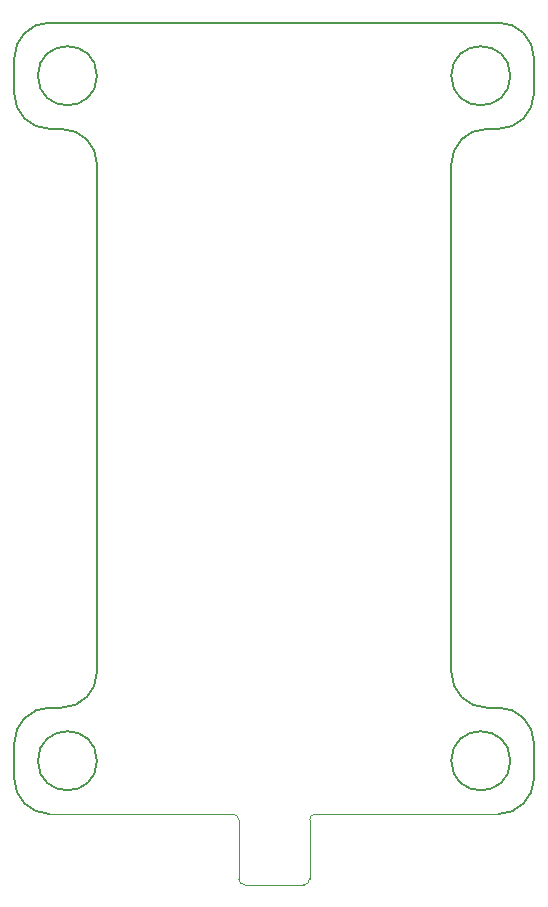
<source format=gbr>
%TF.GenerationSoftware,KiCad,Pcbnew,8.99.0-unknown-120b06f916~181~ubuntu22.04.1*%
%TF.CreationDate,2024-11-21T04:22:58-08:00*%
%TF.ProjectId,gb_video_pico_breakout,67625f76-6964-4656-9f5f-7069636f5f62,rev?*%
%TF.SameCoordinates,Original*%
%TF.FileFunction,Profile,NP*%
%FSLAX46Y46*%
G04 Gerber Fmt 4.6, Leading zero omitted, Abs format (unit mm)*
G04 Created by KiCad (PCBNEW 8.99.0-unknown-120b06f916~181~ubuntu22.04.1) date 2024-11-21 04:22:58*
%MOMM*%
%LPD*%
G01*
G04 APERTURE LIST*
%TA.AperFunction,Profile*%
%ADD10C,0.200000*%
%TD*%
%TA.AperFunction,Profile*%
%ADD11C,0.100000*%
%TD*%
G04 APERTURE END LIST*
D10*
X134921320Y-60500000D02*
G75*
G02*
X129921320Y-60500000I-2500000J0D01*
G01*
X129921320Y-60500000D02*
G75*
G02*
X134921320Y-60500000I2500000J0D01*
G01*
X168921320Y-56000000D02*
X130921320Y-56000000D01*
X130921320Y-65000000D02*
G75*
G02*
X127921300Y-62000000I-20J3000000D01*
G01*
X131921320Y-114000000D02*
X130921320Y-114000000D01*
X127921320Y-59000000D02*
G75*
G02*
X130921320Y-56000020I2999980J0D01*
G01*
X131921320Y-65000000D02*
G75*
G02*
X134921300Y-68000000I-20J-3000000D01*
G01*
X167921320Y-114000000D02*
X168921320Y-114000000D01*
X168921320Y-56000000D02*
G75*
G02*
X171921300Y-59000000I-20J-3000000D01*
G01*
X168921320Y-114000000D02*
G75*
G02*
X171921300Y-117000000I-20J-3000000D01*
G01*
X127921320Y-62000000D02*
X127921320Y-59000000D01*
X134921320Y-68000000D02*
X134921320Y-111000000D01*
D11*
X147421320Y-129000000D02*
G75*
G02*
X146921300Y-128500000I-20J500000D01*
G01*
X147421320Y-129000000D02*
X152421320Y-129000000D01*
D10*
X171921320Y-120000000D02*
G75*
G02*
X168921320Y-123000020I-3000020J0D01*
G01*
D11*
X153421320Y-123000000D02*
X168921320Y-123000000D01*
D10*
X127921320Y-120000000D02*
X127921320Y-117000000D01*
D11*
X146421320Y-123000000D02*
G75*
G02*
X146921300Y-123500000I-20J-500000D01*
G01*
D10*
X167921320Y-65000000D02*
X168921320Y-65000000D01*
X127921320Y-117000000D02*
G75*
G02*
X130921320Y-114000020I2999980J0D01*
G01*
D11*
X130921320Y-123000000D02*
X146421320Y-123000000D01*
D10*
X134921320Y-111000000D02*
G75*
G02*
X131921320Y-114000020I-3000020J0D01*
G01*
X134921320Y-118500000D02*
G75*
G02*
X129921320Y-118500000I-2500000J0D01*
G01*
X129921320Y-118500000D02*
G75*
G02*
X134921320Y-118500000I2500000J0D01*
G01*
X164921320Y-68000000D02*
X164921320Y-111000000D01*
X164921320Y-68000000D02*
G75*
G02*
X167921320Y-65000020I2999980J0D01*
G01*
X171921320Y-59000000D02*
X171921320Y-62000000D01*
X171921320Y-120000000D02*
X171921320Y-117000000D01*
D11*
X152921320Y-128500000D02*
X152921320Y-123500000D01*
D10*
X169921320Y-60500000D02*
G75*
G02*
X164921320Y-60500000I-2500000J0D01*
G01*
X164921320Y-60500000D02*
G75*
G02*
X169921320Y-60500000I2500000J0D01*
G01*
D11*
X152921320Y-128500000D02*
G75*
G02*
X152421320Y-129000020I-500020J0D01*
G01*
D10*
X167921320Y-114000000D02*
G75*
G02*
X164921300Y-111000000I-20J3000000D01*
G01*
X171921320Y-62000000D02*
G75*
G02*
X168921320Y-65000020I-3000020J0D01*
G01*
X130921320Y-123000000D02*
G75*
G02*
X127921300Y-120000000I-20J3000000D01*
G01*
D11*
X146921320Y-128500000D02*
X146921320Y-123500000D01*
X152921320Y-123500000D02*
G75*
G02*
X153421320Y-123000020I499980J0D01*
G01*
D10*
X131921320Y-65000000D02*
X130921320Y-65000000D01*
X169921320Y-118500000D02*
G75*
G02*
X164921320Y-118500000I-2500000J0D01*
G01*
X164921320Y-118500000D02*
G75*
G02*
X169921320Y-118500000I2500000J0D01*
G01*
M02*

</source>
